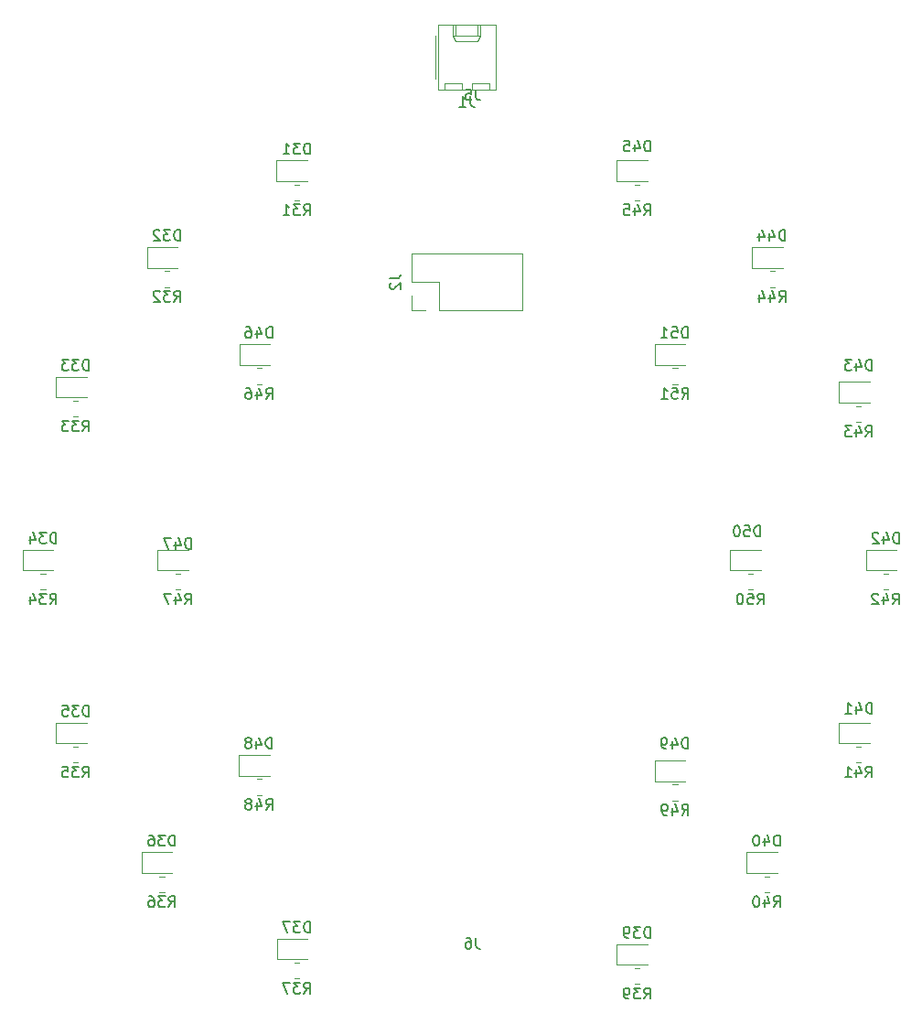
<source format=gbr>
G04 #@! TF.GenerationSoftware,KiCad,Pcbnew,5.1.10-88a1d61d58~88~ubuntu20.04.1*
G04 #@! TF.CreationDate,2021-06-07T13:14:32+01:00*
G04 #@! TF.ProjectId,Bauble,42617562-6c65-42e6-9b69-6361645f7063,rev?*
G04 #@! TF.SameCoordinates,Original*
G04 #@! TF.FileFunction,Legend,Bot*
G04 #@! TF.FilePolarity,Positive*
%FSLAX46Y46*%
G04 Gerber Fmt 4.6, Leading zero omitted, Abs format (unit mm)*
G04 Created by KiCad (PCBNEW 5.1.10-88a1d61d58~88~ubuntu20.04.1) date 2021-06-07 13:14:32*
%MOMM*%
%LPD*%
G01*
G04 APERTURE LIST*
%ADD10C,0.120000*%
%ADD11C,0.150000*%
G04 APERTURE END LIST*
D10*
G04 #@! TO.C,R48*
X125272936Y-132265000D02*
X125727064Y-132265000D01*
X125272936Y-133735000D02*
X125727064Y-133735000D01*
G04 #@! TO.C,R42*
X183272936Y-113265000D02*
X183727064Y-113265000D01*
X183272936Y-114735000D02*
X183727064Y-114735000D01*
G04 #@! TO.C,R36*
X116272936Y-141265000D02*
X116727064Y-141265000D01*
X116272936Y-142735000D02*
X116727064Y-142735000D01*
G04 #@! TO.C,R41*
X180772936Y-129265000D02*
X181227064Y-129265000D01*
X180772936Y-130735000D02*
X181227064Y-130735000D01*
G04 #@! TO.C,R47*
X117772936Y-113265000D02*
X118227064Y-113265000D01*
X117772936Y-114735000D02*
X118227064Y-114735000D01*
G04 #@! TO.C,R35*
X108272936Y-129265000D02*
X108727064Y-129265000D01*
X108272936Y-130735000D02*
X108727064Y-130735000D01*
G04 #@! TO.C,R40*
X172272936Y-141265000D02*
X172727064Y-141265000D01*
X172272936Y-142735000D02*
X172727064Y-142735000D01*
G04 #@! TO.C,R46*
X125272936Y-94265000D02*
X125727064Y-94265000D01*
X125272936Y-95735000D02*
X125727064Y-95735000D01*
G04 #@! TO.C,R34*
X105272936Y-113265000D02*
X105727064Y-113265000D01*
X105272936Y-114735000D02*
X105727064Y-114735000D01*
G04 #@! TO.C,R51*
X163772936Y-94240000D02*
X164227064Y-94240000D01*
X163772936Y-95710000D02*
X164227064Y-95710000D01*
G04 #@! TO.C,R45*
X160272936Y-77265000D02*
X160727064Y-77265000D01*
X160272936Y-78735000D02*
X160727064Y-78735000D01*
G04 #@! TO.C,R39*
X160272936Y-149765000D02*
X160727064Y-149765000D01*
X160272936Y-151235000D02*
X160727064Y-151235000D01*
G04 #@! TO.C,R33*
X108272936Y-97265000D02*
X108727064Y-97265000D01*
X108272936Y-98735000D02*
X108727064Y-98735000D01*
G04 #@! TO.C,R44*
X172772936Y-85265000D02*
X173227064Y-85265000D01*
X172772936Y-86735000D02*
X173227064Y-86735000D01*
G04 #@! TO.C,R50*
X170772936Y-113265000D02*
X171227064Y-113265000D01*
X170772936Y-114735000D02*
X171227064Y-114735000D01*
G04 #@! TO.C,R32*
X116772936Y-85265000D02*
X117227064Y-85265000D01*
X116772936Y-86735000D02*
X117227064Y-86735000D01*
G04 #@! TO.C,R37*
X128772936Y-149265000D02*
X129227064Y-149265000D01*
X128772936Y-150735000D02*
X129227064Y-150735000D01*
G04 #@! TO.C,R43*
X180772936Y-97765000D02*
X181227064Y-97765000D01*
X180772936Y-99235000D02*
X181227064Y-99235000D01*
G04 #@! TO.C,R31*
X128772936Y-77265000D02*
X129227064Y-77265000D01*
X128772936Y-78735000D02*
X129227064Y-78735000D01*
G04 #@! TO.C,R49*
X163772936Y-132765000D02*
X164227064Y-132765000D01*
X163772936Y-134235000D02*
X164227064Y-134235000D01*
G04 #@! TO.C,J2*
X139590000Y-87540000D02*
X139590000Y-88870000D01*
X139590000Y-88870000D02*
X140920000Y-88870000D01*
X139590000Y-86270000D02*
X142190000Y-86270000D01*
X142190000Y-86270000D02*
X142190000Y-88870000D01*
X142190000Y-88870000D02*
X149870000Y-88870000D01*
X149870000Y-83670000D02*
X149870000Y-88870000D01*
X139590000Y-83670000D02*
X149870000Y-83670000D01*
X139590000Y-83670000D02*
X139590000Y-86270000D01*
G04 #@! TO.C,J1*
X146800000Y-67930000D02*
X146800000Y-68530000D01*
X145200000Y-67930000D02*
X146800000Y-67930000D01*
X145200000Y-68530000D02*
X145200000Y-67930000D01*
X144260000Y-67930000D02*
X144260000Y-68530000D01*
X142660000Y-67930000D02*
X144260000Y-67930000D01*
X142660000Y-68530000D02*
X142660000Y-67930000D01*
X145750000Y-62510000D02*
X145750000Y-63510000D01*
X143710000Y-62510000D02*
X143710000Y-63510000D01*
X145750000Y-64040000D02*
X146000000Y-63510000D01*
X143710000Y-64040000D02*
X145750000Y-64040000D01*
X143460000Y-63510000D02*
X143710000Y-64040000D01*
X146000000Y-63510000D02*
X146000000Y-62510000D01*
X143460000Y-63510000D02*
X146000000Y-63510000D01*
X143460000Y-62510000D02*
X143460000Y-63510000D01*
X141790000Y-67500000D02*
X141790000Y-63500000D01*
X147380000Y-68530000D02*
X142080000Y-68530000D01*
X147380000Y-62510000D02*
X147380000Y-68530000D01*
X142080000Y-62510000D02*
X147380000Y-62510000D01*
X142080000Y-68530000D02*
X142080000Y-62510000D01*
G04 #@! TO.C,D48*
X123615000Y-130040000D02*
X126475000Y-130040000D01*
X123615000Y-131960000D02*
X123615000Y-130040000D01*
X126475000Y-131960000D02*
X123615000Y-131960000D01*
G04 #@! TO.C,D42*
X181665000Y-111040000D02*
X184525000Y-111040000D01*
X181665000Y-112960000D02*
X181665000Y-111040000D01*
X184525000Y-112960000D02*
X181665000Y-112960000D01*
G04 #@! TO.C,D36*
X114615000Y-139040000D02*
X117475000Y-139040000D01*
X114615000Y-140960000D02*
X114615000Y-139040000D01*
X117475000Y-140960000D02*
X114615000Y-140960000D01*
G04 #@! TO.C,D41*
X179165000Y-127040000D02*
X182025000Y-127040000D01*
X179165000Y-128960000D02*
X179165000Y-127040000D01*
X182025000Y-128960000D02*
X179165000Y-128960000D01*
G04 #@! TO.C,D47*
X116115000Y-111040000D02*
X118975000Y-111040000D01*
X116115000Y-112960000D02*
X116115000Y-111040000D01*
X118975000Y-112960000D02*
X116115000Y-112960000D01*
G04 #@! TO.C,D35*
X106665000Y-127040000D02*
X109525000Y-127040000D01*
X106665000Y-128960000D02*
X106665000Y-127040000D01*
X109525000Y-128960000D02*
X106665000Y-128960000D01*
G04 #@! TO.C,D40*
X170640000Y-139040000D02*
X173500000Y-139040000D01*
X170640000Y-140960000D02*
X170640000Y-139040000D01*
X173500000Y-140960000D02*
X170640000Y-140960000D01*
G04 #@! TO.C,D46*
X123665000Y-92040000D02*
X126525000Y-92040000D01*
X123665000Y-93960000D02*
X123665000Y-92040000D01*
X126525000Y-93960000D02*
X123665000Y-93960000D01*
G04 #@! TO.C,D34*
X103615000Y-111040000D02*
X106475000Y-111040000D01*
X103615000Y-112960000D02*
X103615000Y-111040000D01*
X106475000Y-112960000D02*
X103615000Y-112960000D01*
G04 #@! TO.C,D51*
X162115000Y-92040000D02*
X164975000Y-92040000D01*
X162115000Y-93960000D02*
X162115000Y-92040000D01*
X164975000Y-93960000D02*
X162115000Y-93960000D01*
G04 #@! TO.C,D45*
X158615000Y-75040000D02*
X161475000Y-75040000D01*
X158615000Y-76960000D02*
X158615000Y-75040000D01*
X161475000Y-76960000D02*
X158615000Y-76960000D01*
G04 #@! TO.C,D39*
X158615000Y-147540000D02*
X161475000Y-147540000D01*
X158615000Y-149460000D02*
X158615000Y-147540000D01*
X161475000Y-149460000D02*
X158615000Y-149460000D01*
G04 #@! TO.C,D33*
X106665000Y-95040000D02*
X109525000Y-95040000D01*
X106665000Y-96960000D02*
X106665000Y-95040000D01*
X109525000Y-96960000D02*
X106665000Y-96960000D01*
G04 #@! TO.C,D44*
X171115000Y-83040000D02*
X173975000Y-83040000D01*
X171115000Y-84960000D02*
X171115000Y-83040000D01*
X173975000Y-84960000D02*
X171115000Y-84960000D01*
G04 #@! TO.C,D50*
X169115000Y-111040000D02*
X171975000Y-111040000D01*
X169115000Y-112960000D02*
X169115000Y-111040000D01*
X171975000Y-112960000D02*
X169115000Y-112960000D01*
G04 #@! TO.C,D32*
X115115000Y-83040000D02*
X117975000Y-83040000D01*
X115115000Y-84960000D02*
X115115000Y-83040000D01*
X117975000Y-84960000D02*
X115115000Y-84960000D01*
G04 #@! TO.C,D37*
X127140000Y-147040000D02*
X130000000Y-147040000D01*
X127140000Y-148960000D02*
X127140000Y-147040000D01*
X130000000Y-148960000D02*
X127140000Y-148960000D01*
G04 #@! TO.C,D43*
X179140000Y-95540000D02*
X182000000Y-95540000D01*
X179140000Y-97460000D02*
X179140000Y-95540000D01*
X182000000Y-97460000D02*
X179140000Y-97460000D01*
G04 #@! TO.C,D31*
X127115000Y-75040000D02*
X129975000Y-75040000D01*
X127115000Y-76960000D02*
X127115000Y-75040000D01*
X129975000Y-76960000D02*
X127115000Y-76960000D01*
G04 #@! TO.C,D49*
X162115000Y-130540000D02*
X164975000Y-130540000D01*
X162115000Y-132460000D02*
X162115000Y-130540000D01*
X164975000Y-132460000D02*
X162115000Y-132460000D01*
G04 #@! TO.C,J6*
D11*
X145583333Y-146952380D02*
X145583333Y-147666666D01*
X145630952Y-147809523D01*
X145726190Y-147904761D01*
X145869047Y-147952380D01*
X145964285Y-147952380D01*
X144678571Y-146952380D02*
X144869047Y-146952380D01*
X144964285Y-147000000D01*
X145011904Y-147047619D01*
X145107142Y-147190476D01*
X145154761Y-147380952D01*
X145154761Y-147761904D01*
X145107142Y-147857142D01*
X145059523Y-147904761D01*
X144964285Y-147952380D01*
X144773809Y-147952380D01*
X144678571Y-147904761D01*
X144630952Y-147857142D01*
X144583333Y-147761904D01*
X144583333Y-147523809D01*
X144630952Y-147428571D01*
X144678571Y-147380952D01*
X144773809Y-147333333D01*
X144964285Y-147333333D01*
X145059523Y-147380952D01*
X145107142Y-147428571D01*
X145154761Y-147523809D01*
G04 #@! TO.C,J5*
X145583333Y-68452380D02*
X145583333Y-69166666D01*
X145630952Y-69309523D01*
X145726190Y-69404761D01*
X145869047Y-69452380D01*
X145964285Y-69452380D01*
X144630952Y-68452380D02*
X145107142Y-68452380D01*
X145154761Y-68928571D01*
X145107142Y-68880952D01*
X145011904Y-68833333D01*
X144773809Y-68833333D01*
X144678571Y-68880952D01*
X144630952Y-68928571D01*
X144583333Y-69023809D01*
X144583333Y-69261904D01*
X144630952Y-69357142D01*
X144678571Y-69404761D01*
X144773809Y-69452380D01*
X145011904Y-69452380D01*
X145107142Y-69404761D01*
X145154761Y-69357142D01*
G04 #@! TO.C,R48*
X126142857Y-135102380D02*
X126476190Y-134626190D01*
X126714285Y-135102380D02*
X126714285Y-134102380D01*
X126333333Y-134102380D01*
X126238095Y-134150000D01*
X126190476Y-134197619D01*
X126142857Y-134292857D01*
X126142857Y-134435714D01*
X126190476Y-134530952D01*
X126238095Y-134578571D01*
X126333333Y-134626190D01*
X126714285Y-134626190D01*
X125285714Y-134435714D02*
X125285714Y-135102380D01*
X125523809Y-134054761D02*
X125761904Y-134769047D01*
X125142857Y-134769047D01*
X124619047Y-134530952D02*
X124714285Y-134483333D01*
X124761904Y-134435714D01*
X124809523Y-134340476D01*
X124809523Y-134292857D01*
X124761904Y-134197619D01*
X124714285Y-134150000D01*
X124619047Y-134102380D01*
X124428571Y-134102380D01*
X124333333Y-134150000D01*
X124285714Y-134197619D01*
X124238095Y-134292857D01*
X124238095Y-134340476D01*
X124285714Y-134435714D01*
X124333333Y-134483333D01*
X124428571Y-134530952D01*
X124619047Y-134530952D01*
X124714285Y-134578571D01*
X124761904Y-134626190D01*
X124809523Y-134721428D01*
X124809523Y-134911904D01*
X124761904Y-135007142D01*
X124714285Y-135054761D01*
X124619047Y-135102380D01*
X124428571Y-135102380D01*
X124333333Y-135054761D01*
X124285714Y-135007142D01*
X124238095Y-134911904D01*
X124238095Y-134721428D01*
X124285714Y-134626190D01*
X124333333Y-134578571D01*
X124428571Y-134530952D01*
G04 #@! TO.C,R42*
X184142857Y-116102380D02*
X184476190Y-115626190D01*
X184714285Y-116102380D02*
X184714285Y-115102380D01*
X184333333Y-115102380D01*
X184238095Y-115150000D01*
X184190476Y-115197619D01*
X184142857Y-115292857D01*
X184142857Y-115435714D01*
X184190476Y-115530952D01*
X184238095Y-115578571D01*
X184333333Y-115626190D01*
X184714285Y-115626190D01*
X183285714Y-115435714D02*
X183285714Y-116102380D01*
X183523809Y-115054761D02*
X183761904Y-115769047D01*
X183142857Y-115769047D01*
X182809523Y-115197619D02*
X182761904Y-115150000D01*
X182666666Y-115102380D01*
X182428571Y-115102380D01*
X182333333Y-115150000D01*
X182285714Y-115197619D01*
X182238095Y-115292857D01*
X182238095Y-115388095D01*
X182285714Y-115530952D01*
X182857142Y-116102380D01*
X182238095Y-116102380D01*
G04 #@! TO.C,R36*
X117142857Y-144102380D02*
X117476190Y-143626190D01*
X117714285Y-144102380D02*
X117714285Y-143102380D01*
X117333333Y-143102380D01*
X117238095Y-143150000D01*
X117190476Y-143197619D01*
X117142857Y-143292857D01*
X117142857Y-143435714D01*
X117190476Y-143530952D01*
X117238095Y-143578571D01*
X117333333Y-143626190D01*
X117714285Y-143626190D01*
X116809523Y-143102380D02*
X116190476Y-143102380D01*
X116523809Y-143483333D01*
X116380952Y-143483333D01*
X116285714Y-143530952D01*
X116238095Y-143578571D01*
X116190476Y-143673809D01*
X116190476Y-143911904D01*
X116238095Y-144007142D01*
X116285714Y-144054761D01*
X116380952Y-144102380D01*
X116666666Y-144102380D01*
X116761904Y-144054761D01*
X116809523Y-144007142D01*
X115333333Y-143102380D02*
X115523809Y-143102380D01*
X115619047Y-143150000D01*
X115666666Y-143197619D01*
X115761904Y-143340476D01*
X115809523Y-143530952D01*
X115809523Y-143911904D01*
X115761904Y-144007142D01*
X115714285Y-144054761D01*
X115619047Y-144102380D01*
X115428571Y-144102380D01*
X115333333Y-144054761D01*
X115285714Y-144007142D01*
X115238095Y-143911904D01*
X115238095Y-143673809D01*
X115285714Y-143578571D01*
X115333333Y-143530952D01*
X115428571Y-143483333D01*
X115619047Y-143483333D01*
X115714285Y-143530952D01*
X115761904Y-143578571D01*
X115809523Y-143673809D01*
G04 #@! TO.C,R41*
X181642857Y-132102380D02*
X181976190Y-131626190D01*
X182214285Y-132102380D02*
X182214285Y-131102380D01*
X181833333Y-131102380D01*
X181738095Y-131150000D01*
X181690476Y-131197619D01*
X181642857Y-131292857D01*
X181642857Y-131435714D01*
X181690476Y-131530952D01*
X181738095Y-131578571D01*
X181833333Y-131626190D01*
X182214285Y-131626190D01*
X180785714Y-131435714D02*
X180785714Y-132102380D01*
X181023809Y-131054761D02*
X181261904Y-131769047D01*
X180642857Y-131769047D01*
X179738095Y-132102380D02*
X180309523Y-132102380D01*
X180023809Y-132102380D02*
X180023809Y-131102380D01*
X180119047Y-131245238D01*
X180214285Y-131340476D01*
X180309523Y-131388095D01*
G04 #@! TO.C,R47*
X118642857Y-116102380D02*
X118976190Y-115626190D01*
X119214285Y-116102380D02*
X119214285Y-115102380D01*
X118833333Y-115102380D01*
X118738095Y-115150000D01*
X118690476Y-115197619D01*
X118642857Y-115292857D01*
X118642857Y-115435714D01*
X118690476Y-115530952D01*
X118738095Y-115578571D01*
X118833333Y-115626190D01*
X119214285Y-115626190D01*
X117785714Y-115435714D02*
X117785714Y-116102380D01*
X118023809Y-115054761D02*
X118261904Y-115769047D01*
X117642857Y-115769047D01*
X117357142Y-115102380D02*
X116690476Y-115102380D01*
X117119047Y-116102380D01*
G04 #@! TO.C,R35*
X109142857Y-132102380D02*
X109476190Y-131626190D01*
X109714285Y-132102380D02*
X109714285Y-131102380D01*
X109333333Y-131102380D01*
X109238095Y-131150000D01*
X109190476Y-131197619D01*
X109142857Y-131292857D01*
X109142857Y-131435714D01*
X109190476Y-131530952D01*
X109238095Y-131578571D01*
X109333333Y-131626190D01*
X109714285Y-131626190D01*
X108809523Y-131102380D02*
X108190476Y-131102380D01*
X108523809Y-131483333D01*
X108380952Y-131483333D01*
X108285714Y-131530952D01*
X108238095Y-131578571D01*
X108190476Y-131673809D01*
X108190476Y-131911904D01*
X108238095Y-132007142D01*
X108285714Y-132054761D01*
X108380952Y-132102380D01*
X108666666Y-132102380D01*
X108761904Y-132054761D01*
X108809523Y-132007142D01*
X107285714Y-131102380D02*
X107761904Y-131102380D01*
X107809523Y-131578571D01*
X107761904Y-131530952D01*
X107666666Y-131483333D01*
X107428571Y-131483333D01*
X107333333Y-131530952D01*
X107285714Y-131578571D01*
X107238095Y-131673809D01*
X107238095Y-131911904D01*
X107285714Y-132007142D01*
X107333333Y-132054761D01*
X107428571Y-132102380D01*
X107666666Y-132102380D01*
X107761904Y-132054761D01*
X107809523Y-132007142D01*
G04 #@! TO.C,R40*
X173142857Y-144102380D02*
X173476190Y-143626190D01*
X173714285Y-144102380D02*
X173714285Y-143102380D01*
X173333333Y-143102380D01*
X173238095Y-143150000D01*
X173190476Y-143197619D01*
X173142857Y-143292857D01*
X173142857Y-143435714D01*
X173190476Y-143530952D01*
X173238095Y-143578571D01*
X173333333Y-143626190D01*
X173714285Y-143626190D01*
X172285714Y-143435714D02*
X172285714Y-144102380D01*
X172523809Y-143054761D02*
X172761904Y-143769047D01*
X172142857Y-143769047D01*
X171571428Y-143102380D02*
X171476190Y-143102380D01*
X171380952Y-143150000D01*
X171333333Y-143197619D01*
X171285714Y-143292857D01*
X171238095Y-143483333D01*
X171238095Y-143721428D01*
X171285714Y-143911904D01*
X171333333Y-144007142D01*
X171380952Y-144054761D01*
X171476190Y-144102380D01*
X171571428Y-144102380D01*
X171666666Y-144054761D01*
X171714285Y-144007142D01*
X171761904Y-143911904D01*
X171809523Y-143721428D01*
X171809523Y-143483333D01*
X171761904Y-143292857D01*
X171714285Y-143197619D01*
X171666666Y-143150000D01*
X171571428Y-143102380D01*
G04 #@! TO.C,R46*
X126142857Y-97102380D02*
X126476190Y-96626190D01*
X126714285Y-97102380D02*
X126714285Y-96102380D01*
X126333333Y-96102380D01*
X126238095Y-96150000D01*
X126190476Y-96197619D01*
X126142857Y-96292857D01*
X126142857Y-96435714D01*
X126190476Y-96530952D01*
X126238095Y-96578571D01*
X126333333Y-96626190D01*
X126714285Y-96626190D01*
X125285714Y-96435714D02*
X125285714Y-97102380D01*
X125523809Y-96054761D02*
X125761904Y-96769047D01*
X125142857Y-96769047D01*
X124333333Y-96102380D02*
X124523809Y-96102380D01*
X124619047Y-96150000D01*
X124666666Y-96197619D01*
X124761904Y-96340476D01*
X124809523Y-96530952D01*
X124809523Y-96911904D01*
X124761904Y-97007142D01*
X124714285Y-97054761D01*
X124619047Y-97102380D01*
X124428571Y-97102380D01*
X124333333Y-97054761D01*
X124285714Y-97007142D01*
X124238095Y-96911904D01*
X124238095Y-96673809D01*
X124285714Y-96578571D01*
X124333333Y-96530952D01*
X124428571Y-96483333D01*
X124619047Y-96483333D01*
X124714285Y-96530952D01*
X124761904Y-96578571D01*
X124809523Y-96673809D01*
G04 #@! TO.C,R34*
X106142857Y-116102380D02*
X106476190Y-115626190D01*
X106714285Y-116102380D02*
X106714285Y-115102380D01*
X106333333Y-115102380D01*
X106238095Y-115150000D01*
X106190476Y-115197619D01*
X106142857Y-115292857D01*
X106142857Y-115435714D01*
X106190476Y-115530952D01*
X106238095Y-115578571D01*
X106333333Y-115626190D01*
X106714285Y-115626190D01*
X105809523Y-115102380D02*
X105190476Y-115102380D01*
X105523809Y-115483333D01*
X105380952Y-115483333D01*
X105285714Y-115530952D01*
X105238095Y-115578571D01*
X105190476Y-115673809D01*
X105190476Y-115911904D01*
X105238095Y-116007142D01*
X105285714Y-116054761D01*
X105380952Y-116102380D01*
X105666666Y-116102380D01*
X105761904Y-116054761D01*
X105809523Y-116007142D01*
X104333333Y-115435714D02*
X104333333Y-116102380D01*
X104571428Y-115054761D02*
X104809523Y-115769047D01*
X104190476Y-115769047D01*
G04 #@! TO.C,R51*
X164642857Y-97077380D02*
X164976190Y-96601190D01*
X165214285Y-97077380D02*
X165214285Y-96077380D01*
X164833333Y-96077380D01*
X164738095Y-96125000D01*
X164690476Y-96172619D01*
X164642857Y-96267857D01*
X164642857Y-96410714D01*
X164690476Y-96505952D01*
X164738095Y-96553571D01*
X164833333Y-96601190D01*
X165214285Y-96601190D01*
X163738095Y-96077380D02*
X164214285Y-96077380D01*
X164261904Y-96553571D01*
X164214285Y-96505952D01*
X164119047Y-96458333D01*
X163880952Y-96458333D01*
X163785714Y-96505952D01*
X163738095Y-96553571D01*
X163690476Y-96648809D01*
X163690476Y-96886904D01*
X163738095Y-96982142D01*
X163785714Y-97029761D01*
X163880952Y-97077380D01*
X164119047Y-97077380D01*
X164214285Y-97029761D01*
X164261904Y-96982142D01*
X162738095Y-97077380D02*
X163309523Y-97077380D01*
X163023809Y-97077380D02*
X163023809Y-96077380D01*
X163119047Y-96220238D01*
X163214285Y-96315476D01*
X163309523Y-96363095D01*
G04 #@! TO.C,R45*
X161142857Y-80102380D02*
X161476190Y-79626190D01*
X161714285Y-80102380D02*
X161714285Y-79102380D01*
X161333333Y-79102380D01*
X161238095Y-79150000D01*
X161190476Y-79197619D01*
X161142857Y-79292857D01*
X161142857Y-79435714D01*
X161190476Y-79530952D01*
X161238095Y-79578571D01*
X161333333Y-79626190D01*
X161714285Y-79626190D01*
X160285714Y-79435714D02*
X160285714Y-80102380D01*
X160523809Y-79054761D02*
X160761904Y-79769047D01*
X160142857Y-79769047D01*
X159285714Y-79102380D02*
X159761904Y-79102380D01*
X159809523Y-79578571D01*
X159761904Y-79530952D01*
X159666666Y-79483333D01*
X159428571Y-79483333D01*
X159333333Y-79530952D01*
X159285714Y-79578571D01*
X159238095Y-79673809D01*
X159238095Y-79911904D01*
X159285714Y-80007142D01*
X159333333Y-80054761D01*
X159428571Y-80102380D01*
X159666666Y-80102380D01*
X159761904Y-80054761D01*
X159809523Y-80007142D01*
G04 #@! TO.C,R39*
X161142857Y-152602380D02*
X161476190Y-152126190D01*
X161714285Y-152602380D02*
X161714285Y-151602380D01*
X161333333Y-151602380D01*
X161238095Y-151650000D01*
X161190476Y-151697619D01*
X161142857Y-151792857D01*
X161142857Y-151935714D01*
X161190476Y-152030952D01*
X161238095Y-152078571D01*
X161333333Y-152126190D01*
X161714285Y-152126190D01*
X160809523Y-151602380D02*
X160190476Y-151602380D01*
X160523809Y-151983333D01*
X160380952Y-151983333D01*
X160285714Y-152030952D01*
X160238095Y-152078571D01*
X160190476Y-152173809D01*
X160190476Y-152411904D01*
X160238095Y-152507142D01*
X160285714Y-152554761D01*
X160380952Y-152602380D01*
X160666666Y-152602380D01*
X160761904Y-152554761D01*
X160809523Y-152507142D01*
X159714285Y-152602380D02*
X159523809Y-152602380D01*
X159428571Y-152554761D01*
X159380952Y-152507142D01*
X159285714Y-152364285D01*
X159238095Y-152173809D01*
X159238095Y-151792857D01*
X159285714Y-151697619D01*
X159333333Y-151650000D01*
X159428571Y-151602380D01*
X159619047Y-151602380D01*
X159714285Y-151650000D01*
X159761904Y-151697619D01*
X159809523Y-151792857D01*
X159809523Y-152030952D01*
X159761904Y-152126190D01*
X159714285Y-152173809D01*
X159619047Y-152221428D01*
X159428571Y-152221428D01*
X159333333Y-152173809D01*
X159285714Y-152126190D01*
X159238095Y-152030952D01*
G04 #@! TO.C,R33*
X109142857Y-100102380D02*
X109476190Y-99626190D01*
X109714285Y-100102380D02*
X109714285Y-99102380D01*
X109333333Y-99102380D01*
X109238095Y-99150000D01*
X109190476Y-99197619D01*
X109142857Y-99292857D01*
X109142857Y-99435714D01*
X109190476Y-99530952D01*
X109238095Y-99578571D01*
X109333333Y-99626190D01*
X109714285Y-99626190D01*
X108809523Y-99102380D02*
X108190476Y-99102380D01*
X108523809Y-99483333D01*
X108380952Y-99483333D01*
X108285714Y-99530952D01*
X108238095Y-99578571D01*
X108190476Y-99673809D01*
X108190476Y-99911904D01*
X108238095Y-100007142D01*
X108285714Y-100054761D01*
X108380952Y-100102380D01*
X108666666Y-100102380D01*
X108761904Y-100054761D01*
X108809523Y-100007142D01*
X107857142Y-99102380D02*
X107238095Y-99102380D01*
X107571428Y-99483333D01*
X107428571Y-99483333D01*
X107333333Y-99530952D01*
X107285714Y-99578571D01*
X107238095Y-99673809D01*
X107238095Y-99911904D01*
X107285714Y-100007142D01*
X107333333Y-100054761D01*
X107428571Y-100102380D01*
X107714285Y-100102380D01*
X107809523Y-100054761D01*
X107857142Y-100007142D01*
G04 #@! TO.C,R44*
X173642857Y-88102380D02*
X173976190Y-87626190D01*
X174214285Y-88102380D02*
X174214285Y-87102380D01*
X173833333Y-87102380D01*
X173738095Y-87150000D01*
X173690476Y-87197619D01*
X173642857Y-87292857D01*
X173642857Y-87435714D01*
X173690476Y-87530952D01*
X173738095Y-87578571D01*
X173833333Y-87626190D01*
X174214285Y-87626190D01*
X172785714Y-87435714D02*
X172785714Y-88102380D01*
X173023809Y-87054761D02*
X173261904Y-87769047D01*
X172642857Y-87769047D01*
X171833333Y-87435714D02*
X171833333Y-88102380D01*
X172071428Y-87054761D02*
X172309523Y-87769047D01*
X171690476Y-87769047D01*
G04 #@! TO.C,R50*
X171642857Y-116102380D02*
X171976190Y-115626190D01*
X172214285Y-116102380D02*
X172214285Y-115102380D01*
X171833333Y-115102380D01*
X171738095Y-115150000D01*
X171690476Y-115197619D01*
X171642857Y-115292857D01*
X171642857Y-115435714D01*
X171690476Y-115530952D01*
X171738095Y-115578571D01*
X171833333Y-115626190D01*
X172214285Y-115626190D01*
X170738095Y-115102380D02*
X171214285Y-115102380D01*
X171261904Y-115578571D01*
X171214285Y-115530952D01*
X171119047Y-115483333D01*
X170880952Y-115483333D01*
X170785714Y-115530952D01*
X170738095Y-115578571D01*
X170690476Y-115673809D01*
X170690476Y-115911904D01*
X170738095Y-116007142D01*
X170785714Y-116054761D01*
X170880952Y-116102380D01*
X171119047Y-116102380D01*
X171214285Y-116054761D01*
X171261904Y-116007142D01*
X170071428Y-115102380D02*
X169976190Y-115102380D01*
X169880952Y-115150000D01*
X169833333Y-115197619D01*
X169785714Y-115292857D01*
X169738095Y-115483333D01*
X169738095Y-115721428D01*
X169785714Y-115911904D01*
X169833333Y-116007142D01*
X169880952Y-116054761D01*
X169976190Y-116102380D01*
X170071428Y-116102380D01*
X170166666Y-116054761D01*
X170214285Y-116007142D01*
X170261904Y-115911904D01*
X170309523Y-115721428D01*
X170309523Y-115483333D01*
X170261904Y-115292857D01*
X170214285Y-115197619D01*
X170166666Y-115150000D01*
X170071428Y-115102380D01*
G04 #@! TO.C,R32*
X117642857Y-88102380D02*
X117976190Y-87626190D01*
X118214285Y-88102380D02*
X118214285Y-87102380D01*
X117833333Y-87102380D01*
X117738095Y-87150000D01*
X117690476Y-87197619D01*
X117642857Y-87292857D01*
X117642857Y-87435714D01*
X117690476Y-87530952D01*
X117738095Y-87578571D01*
X117833333Y-87626190D01*
X118214285Y-87626190D01*
X117309523Y-87102380D02*
X116690476Y-87102380D01*
X117023809Y-87483333D01*
X116880952Y-87483333D01*
X116785714Y-87530952D01*
X116738095Y-87578571D01*
X116690476Y-87673809D01*
X116690476Y-87911904D01*
X116738095Y-88007142D01*
X116785714Y-88054761D01*
X116880952Y-88102380D01*
X117166666Y-88102380D01*
X117261904Y-88054761D01*
X117309523Y-88007142D01*
X116309523Y-87197619D02*
X116261904Y-87150000D01*
X116166666Y-87102380D01*
X115928571Y-87102380D01*
X115833333Y-87150000D01*
X115785714Y-87197619D01*
X115738095Y-87292857D01*
X115738095Y-87388095D01*
X115785714Y-87530952D01*
X116357142Y-88102380D01*
X115738095Y-88102380D01*
G04 #@! TO.C,R37*
X129642857Y-152102380D02*
X129976190Y-151626190D01*
X130214285Y-152102380D02*
X130214285Y-151102380D01*
X129833333Y-151102380D01*
X129738095Y-151150000D01*
X129690476Y-151197619D01*
X129642857Y-151292857D01*
X129642857Y-151435714D01*
X129690476Y-151530952D01*
X129738095Y-151578571D01*
X129833333Y-151626190D01*
X130214285Y-151626190D01*
X129309523Y-151102380D02*
X128690476Y-151102380D01*
X129023809Y-151483333D01*
X128880952Y-151483333D01*
X128785714Y-151530952D01*
X128738095Y-151578571D01*
X128690476Y-151673809D01*
X128690476Y-151911904D01*
X128738095Y-152007142D01*
X128785714Y-152054761D01*
X128880952Y-152102380D01*
X129166666Y-152102380D01*
X129261904Y-152054761D01*
X129309523Y-152007142D01*
X128357142Y-151102380D02*
X127690476Y-151102380D01*
X128119047Y-152102380D01*
G04 #@! TO.C,R43*
X181642857Y-100602380D02*
X181976190Y-100126190D01*
X182214285Y-100602380D02*
X182214285Y-99602380D01*
X181833333Y-99602380D01*
X181738095Y-99650000D01*
X181690476Y-99697619D01*
X181642857Y-99792857D01*
X181642857Y-99935714D01*
X181690476Y-100030952D01*
X181738095Y-100078571D01*
X181833333Y-100126190D01*
X182214285Y-100126190D01*
X180785714Y-99935714D02*
X180785714Y-100602380D01*
X181023809Y-99554761D02*
X181261904Y-100269047D01*
X180642857Y-100269047D01*
X180357142Y-99602380D02*
X179738095Y-99602380D01*
X180071428Y-99983333D01*
X179928571Y-99983333D01*
X179833333Y-100030952D01*
X179785714Y-100078571D01*
X179738095Y-100173809D01*
X179738095Y-100411904D01*
X179785714Y-100507142D01*
X179833333Y-100554761D01*
X179928571Y-100602380D01*
X180214285Y-100602380D01*
X180309523Y-100554761D01*
X180357142Y-100507142D01*
G04 #@! TO.C,R31*
X129642857Y-80102380D02*
X129976190Y-79626190D01*
X130214285Y-80102380D02*
X130214285Y-79102380D01*
X129833333Y-79102380D01*
X129738095Y-79150000D01*
X129690476Y-79197619D01*
X129642857Y-79292857D01*
X129642857Y-79435714D01*
X129690476Y-79530952D01*
X129738095Y-79578571D01*
X129833333Y-79626190D01*
X130214285Y-79626190D01*
X129309523Y-79102380D02*
X128690476Y-79102380D01*
X129023809Y-79483333D01*
X128880952Y-79483333D01*
X128785714Y-79530952D01*
X128738095Y-79578571D01*
X128690476Y-79673809D01*
X128690476Y-79911904D01*
X128738095Y-80007142D01*
X128785714Y-80054761D01*
X128880952Y-80102380D01*
X129166666Y-80102380D01*
X129261904Y-80054761D01*
X129309523Y-80007142D01*
X127738095Y-80102380D02*
X128309523Y-80102380D01*
X128023809Y-80102380D02*
X128023809Y-79102380D01*
X128119047Y-79245238D01*
X128214285Y-79340476D01*
X128309523Y-79388095D01*
G04 #@! TO.C,R49*
X164642857Y-135602380D02*
X164976190Y-135126190D01*
X165214285Y-135602380D02*
X165214285Y-134602380D01*
X164833333Y-134602380D01*
X164738095Y-134650000D01*
X164690476Y-134697619D01*
X164642857Y-134792857D01*
X164642857Y-134935714D01*
X164690476Y-135030952D01*
X164738095Y-135078571D01*
X164833333Y-135126190D01*
X165214285Y-135126190D01*
X163785714Y-134935714D02*
X163785714Y-135602380D01*
X164023809Y-134554761D02*
X164261904Y-135269047D01*
X163642857Y-135269047D01*
X163214285Y-135602380D02*
X163023809Y-135602380D01*
X162928571Y-135554761D01*
X162880952Y-135507142D01*
X162785714Y-135364285D01*
X162738095Y-135173809D01*
X162738095Y-134792857D01*
X162785714Y-134697619D01*
X162833333Y-134650000D01*
X162928571Y-134602380D01*
X163119047Y-134602380D01*
X163214285Y-134650000D01*
X163261904Y-134697619D01*
X163309523Y-134792857D01*
X163309523Y-135030952D01*
X163261904Y-135126190D01*
X163214285Y-135173809D01*
X163119047Y-135221428D01*
X162928571Y-135221428D01*
X162833333Y-135173809D01*
X162785714Y-135126190D01*
X162738095Y-135030952D01*
G04 #@! TO.C,J2*
X137602380Y-85936666D02*
X138316666Y-85936666D01*
X138459523Y-85889047D01*
X138554761Y-85793809D01*
X138602380Y-85650952D01*
X138602380Y-85555714D01*
X137697619Y-86365238D02*
X137650000Y-86412857D01*
X137602380Y-86508095D01*
X137602380Y-86746190D01*
X137650000Y-86841428D01*
X137697619Y-86889047D01*
X137792857Y-86936666D01*
X137888095Y-86936666D01*
X138030952Y-86889047D01*
X138602380Y-86317619D01*
X138602380Y-86936666D01*
G04 #@! TO.C,J1*
X145063333Y-69072380D02*
X145063333Y-69786666D01*
X145110952Y-69929523D01*
X145206190Y-70024761D01*
X145349047Y-70072380D01*
X145444285Y-70072380D01*
X144063333Y-70072380D02*
X144634761Y-70072380D01*
X144349047Y-70072380D02*
X144349047Y-69072380D01*
X144444285Y-69215238D01*
X144539523Y-69310476D01*
X144634761Y-69358095D01*
G04 #@! TO.C,D48*
X126689285Y-129452380D02*
X126689285Y-128452380D01*
X126451190Y-128452380D01*
X126308333Y-128500000D01*
X126213095Y-128595238D01*
X126165476Y-128690476D01*
X126117857Y-128880952D01*
X126117857Y-129023809D01*
X126165476Y-129214285D01*
X126213095Y-129309523D01*
X126308333Y-129404761D01*
X126451190Y-129452380D01*
X126689285Y-129452380D01*
X125260714Y-128785714D02*
X125260714Y-129452380D01*
X125498809Y-128404761D02*
X125736904Y-129119047D01*
X125117857Y-129119047D01*
X124594047Y-128880952D02*
X124689285Y-128833333D01*
X124736904Y-128785714D01*
X124784523Y-128690476D01*
X124784523Y-128642857D01*
X124736904Y-128547619D01*
X124689285Y-128500000D01*
X124594047Y-128452380D01*
X124403571Y-128452380D01*
X124308333Y-128500000D01*
X124260714Y-128547619D01*
X124213095Y-128642857D01*
X124213095Y-128690476D01*
X124260714Y-128785714D01*
X124308333Y-128833333D01*
X124403571Y-128880952D01*
X124594047Y-128880952D01*
X124689285Y-128928571D01*
X124736904Y-128976190D01*
X124784523Y-129071428D01*
X124784523Y-129261904D01*
X124736904Y-129357142D01*
X124689285Y-129404761D01*
X124594047Y-129452380D01*
X124403571Y-129452380D01*
X124308333Y-129404761D01*
X124260714Y-129357142D01*
X124213095Y-129261904D01*
X124213095Y-129071428D01*
X124260714Y-128976190D01*
X124308333Y-128928571D01*
X124403571Y-128880952D01*
G04 #@! TO.C,D42*
X184739285Y-110452380D02*
X184739285Y-109452380D01*
X184501190Y-109452380D01*
X184358333Y-109500000D01*
X184263095Y-109595238D01*
X184215476Y-109690476D01*
X184167857Y-109880952D01*
X184167857Y-110023809D01*
X184215476Y-110214285D01*
X184263095Y-110309523D01*
X184358333Y-110404761D01*
X184501190Y-110452380D01*
X184739285Y-110452380D01*
X183310714Y-109785714D02*
X183310714Y-110452380D01*
X183548809Y-109404761D02*
X183786904Y-110119047D01*
X183167857Y-110119047D01*
X182834523Y-109547619D02*
X182786904Y-109500000D01*
X182691666Y-109452380D01*
X182453571Y-109452380D01*
X182358333Y-109500000D01*
X182310714Y-109547619D01*
X182263095Y-109642857D01*
X182263095Y-109738095D01*
X182310714Y-109880952D01*
X182882142Y-110452380D01*
X182263095Y-110452380D01*
G04 #@! TO.C,D36*
X117714285Y-138452380D02*
X117714285Y-137452380D01*
X117476190Y-137452380D01*
X117333333Y-137500000D01*
X117238095Y-137595238D01*
X117190476Y-137690476D01*
X117142857Y-137880952D01*
X117142857Y-138023809D01*
X117190476Y-138214285D01*
X117238095Y-138309523D01*
X117333333Y-138404761D01*
X117476190Y-138452380D01*
X117714285Y-138452380D01*
X116809523Y-137452380D02*
X116190476Y-137452380D01*
X116523809Y-137833333D01*
X116380952Y-137833333D01*
X116285714Y-137880952D01*
X116238095Y-137928571D01*
X116190476Y-138023809D01*
X116190476Y-138261904D01*
X116238095Y-138357142D01*
X116285714Y-138404761D01*
X116380952Y-138452380D01*
X116666666Y-138452380D01*
X116761904Y-138404761D01*
X116809523Y-138357142D01*
X115333333Y-137452380D02*
X115523809Y-137452380D01*
X115619047Y-137500000D01*
X115666666Y-137547619D01*
X115761904Y-137690476D01*
X115809523Y-137880952D01*
X115809523Y-138261904D01*
X115761904Y-138357142D01*
X115714285Y-138404761D01*
X115619047Y-138452380D01*
X115428571Y-138452380D01*
X115333333Y-138404761D01*
X115285714Y-138357142D01*
X115238095Y-138261904D01*
X115238095Y-138023809D01*
X115285714Y-137928571D01*
X115333333Y-137880952D01*
X115428571Y-137833333D01*
X115619047Y-137833333D01*
X115714285Y-137880952D01*
X115761904Y-137928571D01*
X115809523Y-138023809D01*
G04 #@! TO.C,D41*
X182239285Y-126202380D02*
X182239285Y-125202380D01*
X182001190Y-125202380D01*
X181858333Y-125250000D01*
X181763095Y-125345238D01*
X181715476Y-125440476D01*
X181667857Y-125630952D01*
X181667857Y-125773809D01*
X181715476Y-125964285D01*
X181763095Y-126059523D01*
X181858333Y-126154761D01*
X182001190Y-126202380D01*
X182239285Y-126202380D01*
X180810714Y-125535714D02*
X180810714Y-126202380D01*
X181048809Y-125154761D02*
X181286904Y-125869047D01*
X180667857Y-125869047D01*
X179763095Y-126202380D02*
X180334523Y-126202380D01*
X180048809Y-126202380D02*
X180048809Y-125202380D01*
X180144047Y-125345238D01*
X180239285Y-125440476D01*
X180334523Y-125488095D01*
G04 #@! TO.C,D47*
X119214285Y-110952380D02*
X119214285Y-109952380D01*
X118976190Y-109952380D01*
X118833333Y-110000000D01*
X118738095Y-110095238D01*
X118690476Y-110190476D01*
X118642857Y-110380952D01*
X118642857Y-110523809D01*
X118690476Y-110714285D01*
X118738095Y-110809523D01*
X118833333Y-110904761D01*
X118976190Y-110952380D01*
X119214285Y-110952380D01*
X117785714Y-110285714D02*
X117785714Y-110952380D01*
X118023809Y-109904761D02*
X118261904Y-110619047D01*
X117642857Y-110619047D01*
X117357142Y-109952380D02*
X116690476Y-109952380D01*
X117119047Y-110952380D01*
G04 #@! TO.C,D35*
X109739285Y-126452380D02*
X109739285Y-125452380D01*
X109501190Y-125452380D01*
X109358333Y-125500000D01*
X109263095Y-125595238D01*
X109215476Y-125690476D01*
X109167857Y-125880952D01*
X109167857Y-126023809D01*
X109215476Y-126214285D01*
X109263095Y-126309523D01*
X109358333Y-126404761D01*
X109501190Y-126452380D01*
X109739285Y-126452380D01*
X108834523Y-125452380D02*
X108215476Y-125452380D01*
X108548809Y-125833333D01*
X108405952Y-125833333D01*
X108310714Y-125880952D01*
X108263095Y-125928571D01*
X108215476Y-126023809D01*
X108215476Y-126261904D01*
X108263095Y-126357142D01*
X108310714Y-126404761D01*
X108405952Y-126452380D01*
X108691666Y-126452380D01*
X108786904Y-126404761D01*
X108834523Y-126357142D01*
X107310714Y-125452380D02*
X107786904Y-125452380D01*
X107834523Y-125928571D01*
X107786904Y-125880952D01*
X107691666Y-125833333D01*
X107453571Y-125833333D01*
X107358333Y-125880952D01*
X107310714Y-125928571D01*
X107263095Y-126023809D01*
X107263095Y-126261904D01*
X107310714Y-126357142D01*
X107358333Y-126404761D01*
X107453571Y-126452380D01*
X107691666Y-126452380D01*
X107786904Y-126404761D01*
X107834523Y-126357142D01*
G04 #@! TO.C,D40*
X173714285Y-138452380D02*
X173714285Y-137452380D01*
X173476190Y-137452380D01*
X173333333Y-137500000D01*
X173238095Y-137595238D01*
X173190476Y-137690476D01*
X173142857Y-137880952D01*
X173142857Y-138023809D01*
X173190476Y-138214285D01*
X173238095Y-138309523D01*
X173333333Y-138404761D01*
X173476190Y-138452380D01*
X173714285Y-138452380D01*
X172285714Y-137785714D02*
X172285714Y-138452380D01*
X172523809Y-137404761D02*
X172761904Y-138119047D01*
X172142857Y-138119047D01*
X171571428Y-137452380D02*
X171476190Y-137452380D01*
X171380952Y-137500000D01*
X171333333Y-137547619D01*
X171285714Y-137642857D01*
X171238095Y-137833333D01*
X171238095Y-138071428D01*
X171285714Y-138261904D01*
X171333333Y-138357142D01*
X171380952Y-138404761D01*
X171476190Y-138452380D01*
X171571428Y-138452380D01*
X171666666Y-138404761D01*
X171714285Y-138357142D01*
X171761904Y-138261904D01*
X171809523Y-138071428D01*
X171809523Y-137833333D01*
X171761904Y-137642857D01*
X171714285Y-137547619D01*
X171666666Y-137500000D01*
X171571428Y-137452380D01*
G04 #@! TO.C,D46*
X126714285Y-91452380D02*
X126714285Y-90452380D01*
X126476190Y-90452380D01*
X126333333Y-90500000D01*
X126238095Y-90595238D01*
X126190476Y-90690476D01*
X126142857Y-90880952D01*
X126142857Y-91023809D01*
X126190476Y-91214285D01*
X126238095Y-91309523D01*
X126333333Y-91404761D01*
X126476190Y-91452380D01*
X126714285Y-91452380D01*
X125285714Y-90785714D02*
X125285714Y-91452380D01*
X125523809Y-90404761D02*
X125761904Y-91119047D01*
X125142857Y-91119047D01*
X124333333Y-90452380D02*
X124523809Y-90452380D01*
X124619047Y-90500000D01*
X124666666Y-90547619D01*
X124761904Y-90690476D01*
X124809523Y-90880952D01*
X124809523Y-91261904D01*
X124761904Y-91357142D01*
X124714285Y-91404761D01*
X124619047Y-91452380D01*
X124428571Y-91452380D01*
X124333333Y-91404761D01*
X124285714Y-91357142D01*
X124238095Y-91261904D01*
X124238095Y-91023809D01*
X124285714Y-90928571D01*
X124333333Y-90880952D01*
X124428571Y-90833333D01*
X124619047Y-90833333D01*
X124714285Y-90880952D01*
X124761904Y-90928571D01*
X124809523Y-91023809D01*
G04 #@! TO.C,D34*
X106714285Y-110452380D02*
X106714285Y-109452380D01*
X106476190Y-109452380D01*
X106333333Y-109500000D01*
X106238095Y-109595238D01*
X106190476Y-109690476D01*
X106142857Y-109880952D01*
X106142857Y-110023809D01*
X106190476Y-110214285D01*
X106238095Y-110309523D01*
X106333333Y-110404761D01*
X106476190Y-110452380D01*
X106714285Y-110452380D01*
X105809523Y-109452380D02*
X105190476Y-109452380D01*
X105523809Y-109833333D01*
X105380952Y-109833333D01*
X105285714Y-109880952D01*
X105238095Y-109928571D01*
X105190476Y-110023809D01*
X105190476Y-110261904D01*
X105238095Y-110357142D01*
X105285714Y-110404761D01*
X105380952Y-110452380D01*
X105666666Y-110452380D01*
X105761904Y-110404761D01*
X105809523Y-110357142D01*
X104333333Y-109785714D02*
X104333333Y-110452380D01*
X104571428Y-109404761D02*
X104809523Y-110119047D01*
X104190476Y-110119047D01*
G04 #@! TO.C,D51*
X165189285Y-91452380D02*
X165189285Y-90452380D01*
X164951190Y-90452380D01*
X164808333Y-90500000D01*
X164713095Y-90595238D01*
X164665476Y-90690476D01*
X164617857Y-90880952D01*
X164617857Y-91023809D01*
X164665476Y-91214285D01*
X164713095Y-91309523D01*
X164808333Y-91404761D01*
X164951190Y-91452380D01*
X165189285Y-91452380D01*
X163713095Y-90452380D02*
X164189285Y-90452380D01*
X164236904Y-90928571D01*
X164189285Y-90880952D01*
X164094047Y-90833333D01*
X163855952Y-90833333D01*
X163760714Y-90880952D01*
X163713095Y-90928571D01*
X163665476Y-91023809D01*
X163665476Y-91261904D01*
X163713095Y-91357142D01*
X163760714Y-91404761D01*
X163855952Y-91452380D01*
X164094047Y-91452380D01*
X164189285Y-91404761D01*
X164236904Y-91357142D01*
X162713095Y-91452380D02*
X163284523Y-91452380D01*
X162998809Y-91452380D02*
X162998809Y-90452380D01*
X163094047Y-90595238D01*
X163189285Y-90690476D01*
X163284523Y-90738095D01*
G04 #@! TO.C,D45*
X161714285Y-74202380D02*
X161714285Y-73202380D01*
X161476190Y-73202380D01*
X161333333Y-73250000D01*
X161238095Y-73345238D01*
X161190476Y-73440476D01*
X161142857Y-73630952D01*
X161142857Y-73773809D01*
X161190476Y-73964285D01*
X161238095Y-74059523D01*
X161333333Y-74154761D01*
X161476190Y-74202380D01*
X161714285Y-74202380D01*
X160285714Y-73535714D02*
X160285714Y-74202380D01*
X160523809Y-73154761D02*
X160761904Y-73869047D01*
X160142857Y-73869047D01*
X159285714Y-73202380D02*
X159761904Y-73202380D01*
X159809523Y-73678571D01*
X159761904Y-73630952D01*
X159666666Y-73583333D01*
X159428571Y-73583333D01*
X159333333Y-73630952D01*
X159285714Y-73678571D01*
X159238095Y-73773809D01*
X159238095Y-74011904D01*
X159285714Y-74107142D01*
X159333333Y-74154761D01*
X159428571Y-74202380D01*
X159666666Y-74202380D01*
X159761904Y-74154761D01*
X159809523Y-74107142D01*
G04 #@! TO.C,D39*
X161714285Y-146952380D02*
X161714285Y-145952380D01*
X161476190Y-145952380D01*
X161333333Y-146000000D01*
X161238095Y-146095238D01*
X161190476Y-146190476D01*
X161142857Y-146380952D01*
X161142857Y-146523809D01*
X161190476Y-146714285D01*
X161238095Y-146809523D01*
X161333333Y-146904761D01*
X161476190Y-146952380D01*
X161714285Y-146952380D01*
X160809523Y-145952380D02*
X160190476Y-145952380D01*
X160523809Y-146333333D01*
X160380952Y-146333333D01*
X160285714Y-146380952D01*
X160238095Y-146428571D01*
X160190476Y-146523809D01*
X160190476Y-146761904D01*
X160238095Y-146857142D01*
X160285714Y-146904761D01*
X160380952Y-146952380D01*
X160666666Y-146952380D01*
X160761904Y-146904761D01*
X160809523Y-146857142D01*
X159714285Y-146952380D02*
X159523809Y-146952380D01*
X159428571Y-146904761D01*
X159380952Y-146857142D01*
X159285714Y-146714285D01*
X159238095Y-146523809D01*
X159238095Y-146142857D01*
X159285714Y-146047619D01*
X159333333Y-146000000D01*
X159428571Y-145952380D01*
X159619047Y-145952380D01*
X159714285Y-146000000D01*
X159761904Y-146047619D01*
X159809523Y-146142857D01*
X159809523Y-146380952D01*
X159761904Y-146476190D01*
X159714285Y-146523809D01*
X159619047Y-146571428D01*
X159428571Y-146571428D01*
X159333333Y-146523809D01*
X159285714Y-146476190D01*
X159238095Y-146380952D01*
G04 #@! TO.C,D33*
X109714285Y-94452380D02*
X109714285Y-93452380D01*
X109476190Y-93452380D01*
X109333333Y-93500000D01*
X109238095Y-93595238D01*
X109190476Y-93690476D01*
X109142857Y-93880952D01*
X109142857Y-94023809D01*
X109190476Y-94214285D01*
X109238095Y-94309523D01*
X109333333Y-94404761D01*
X109476190Y-94452380D01*
X109714285Y-94452380D01*
X108809523Y-93452380D02*
X108190476Y-93452380D01*
X108523809Y-93833333D01*
X108380952Y-93833333D01*
X108285714Y-93880952D01*
X108238095Y-93928571D01*
X108190476Y-94023809D01*
X108190476Y-94261904D01*
X108238095Y-94357142D01*
X108285714Y-94404761D01*
X108380952Y-94452380D01*
X108666666Y-94452380D01*
X108761904Y-94404761D01*
X108809523Y-94357142D01*
X107857142Y-93452380D02*
X107238095Y-93452380D01*
X107571428Y-93833333D01*
X107428571Y-93833333D01*
X107333333Y-93880952D01*
X107285714Y-93928571D01*
X107238095Y-94023809D01*
X107238095Y-94261904D01*
X107285714Y-94357142D01*
X107333333Y-94404761D01*
X107428571Y-94452380D01*
X107714285Y-94452380D01*
X107809523Y-94404761D01*
X107857142Y-94357142D01*
G04 #@! TO.C,D44*
X174189285Y-82452380D02*
X174189285Y-81452380D01*
X173951190Y-81452380D01*
X173808333Y-81500000D01*
X173713095Y-81595238D01*
X173665476Y-81690476D01*
X173617857Y-81880952D01*
X173617857Y-82023809D01*
X173665476Y-82214285D01*
X173713095Y-82309523D01*
X173808333Y-82404761D01*
X173951190Y-82452380D01*
X174189285Y-82452380D01*
X172760714Y-81785714D02*
X172760714Y-82452380D01*
X172998809Y-81404761D02*
X173236904Y-82119047D01*
X172617857Y-82119047D01*
X171808333Y-81785714D02*
X171808333Y-82452380D01*
X172046428Y-81404761D02*
X172284523Y-82119047D01*
X171665476Y-82119047D01*
G04 #@! TO.C,D50*
X171899285Y-109822380D02*
X171899285Y-108822380D01*
X171661190Y-108822380D01*
X171518333Y-108870000D01*
X171423095Y-108965238D01*
X171375476Y-109060476D01*
X171327857Y-109250952D01*
X171327857Y-109393809D01*
X171375476Y-109584285D01*
X171423095Y-109679523D01*
X171518333Y-109774761D01*
X171661190Y-109822380D01*
X171899285Y-109822380D01*
X170423095Y-108822380D02*
X170899285Y-108822380D01*
X170946904Y-109298571D01*
X170899285Y-109250952D01*
X170804047Y-109203333D01*
X170565952Y-109203333D01*
X170470714Y-109250952D01*
X170423095Y-109298571D01*
X170375476Y-109393809D01*
X170375476Y-109631904D01*
X170423095Y-109727142D01*
X170470714Y-109774761D01*
X170565952Y-109822380D01*
X170804047Y-109822380D01*
X170899285Y-109774761D01*
X170946904Y-109727142D01*
X169756428Y-108822380D02*
X169661190Y-108822380D01*
X169565952Y-108870000D01*
X169518333Y-108917619D01*
X169470714Y-109012857D01*
X169423095Y-109203333D01*
X169423095Y-109441428D01*
X169470714Y-109631904D01*
X169518333Y-109727142D01*
X169565952Y-109774761D01*
X169661190Y-109822380D01*
X169756428Y-109822380D01*
X169851666Y-109774761D01*
X169899285Y-109727142D01*
X169946904Y-109631904D01*
X169994523Y-109441428D01*
X169994523Y-109203333D01*
X169946904Y-109012857D01*
X169899285Y-108917619D01*
X169851666Y-108870000D01*
X169756428Y-108822380D01*
G04 #@! TO.C,D32*
X118189285Y-82452380D02*
X118189285Y-81452380D01*
X117951190Y-81452380D01*
X117808333Y-81500000D01*
X117713095Y-81595238D01*
X117665476Y-81690476D01*
X117617857Y-81880952D01*
X117617857Y-82023809D01*
X117665476Y-82214285D01*
X117713095Y-82309523D01*
X117808333Y-82404761D01*
X117951190Y-82452380D01*
X118189285Y-82452380D01*
X117284523Y-81452380D02*
X116665476Y-81452380D01*
X116998809Y-81833333D01*
X116855952Y-81833333D01*
X116760714Y-81880952D01*
X116713095Y-81928571D01*
X116665476Y-82023809D01*
X116665476Y-82261904D01*
X116713095Y-82357142D01*
X116760714Y-82404761D01*
X116855952Y-82452380D01*
X117141666Y-82452380D01*
X117236904Y-82404761D01*
X117284523Y-82357142D01*
X116284523Y-81547619D02*
X116236904Y-81500000D01*
X116141666Y-81452380D01*
X115903571Y-81452380D01*
X115808333Y-81500000D01*
X115760714Y-81547619D01*
X115713095Y-81642857D01*
X115713095Y-81738095D01*
X115760714Y-81880952D01*
X116332142Y-82452380D01*
X115713095Y-82452380D01*
G04 #@! TO.C,D37*
X130214285Y-146452380D02*
X130214285Y-145452380D01*
X129976190Y-145452380D01*
X129833333Y-145500000D01*
X129738095Y-145595238D01*
X129690476Y-145690476D01*
X129642857Y-145880952D01*
X129642857Y-146023809D01*
X129690476Y-146214285D01*
X129738095Y-146309523D01*
X129833333Y-146404761D01*
X129976190Y-146452380D01*
X130214285Y-146452380D01*
X129309523Y-145452380D02*
X128690476Y-145452380D01*
X129023809Y-145833333D01*
X128880952Y-145833333D01*
X128785714Y-145880952D01*
X128738095Y-145928571D01*
X128690476Y-146023809D01*
X128690476Y-146261904D01*
X128738095Y-146357142D01*
X128785714Y-146404761D01*
X128880952Y-146452380D01*
X129166666Y-146452380D01*
X129261904Y-146404761D01*
X129309523Y-146357142D01*
X128357142Y-145452380D02*
X127690476Y-145452380D01*
X128119047Y-146452380D01*
G04 #@! TO.C,D43*
X182214285Y-94452380D02*
X182214285Y-93452380D01*
X181976190Y-93452380D01*
X181833333Y-93500000D01*
X181738095Y-93595238D01*
X181690476Y-93690476D01*
X181642857Y-93880952D01*
X181642857Y-94023809D01*
X181690476Y-94214285D01*
X181738095Y-94309523D01*
X181833333Y-94404761D01*
X181976190Y-94452380D01*
X182214285Y-94452380D01*
X180785714Y-93785714D02*
X180785714Y-94452380D01*
X181023809Y-93404761D02*
X181261904Y-94119047D01*
X180642857Y-94119047D01*
X180357142Y-93452380D02*
X179738095Y-93452380D01*
X180071428Y-93833333D01*
X179928571Y-93833333D01*
X179833333Y-93880952D01*
X179785714Y-93928571D01*
X179738095Y-94023809D01*
X179738095Y-94261904D01*
X179785714Y-94357142D01*
X179833333Y-94404761D01*
X179928571Y-94452380D01*
X180214285Y-94452380D01*
X180309523Y-94404761D01*
X180357142Y-94357142D01*
G04 #@! TO.C,D31*
X130214285Y-74452380D02*
X130214285Y-73452380D01*
X129976190Y-73452380D01*
X129833333Y-73500000D01*
X129738095Y-73595238D01*
X129690476Y-73690476D01*
X129642857Y-73880952D01*
X129642857Y-74023809D01*
X129690476Y-74214285D01*
X129738095Y-74309523D01*
X129833333Y-74404761D01*
X129976190Y-74452380D01*
X130214285Y-74452380D01*
X129309523Y-73452380D02*
X128690476Y-73452380D01*
X129023809Y-73833333D01*
X128880952Y-73833333D01*
X128785714Y-73880952D01*
X128738095Y-73928571D01*
X128690476Y-74023809D01*
X128690476Y-74261904D01*
X128738095Y-74357142D01*
X128785714Y-74404761D01*
X128880952Y-74452380D01*
X129166666Y-74452380D01*
X129261904Y-74404761D01*
X129309523Y-74357142D01*
X127738095Y-74452380D02*
X128309523Y-74452380D01*
X128023809Y-74452380D02*
X128023809Y-73452380D01*
X128119047Y-73595238D01*
X128214285Y-73690476D01*
X128309523Y-73738095D01*
G04 #@! TO.C,D49*
X165189285Y-129452380D02*
X165189285Y-128452380D01*
X164951190Y-128452380D01*
X164808333Y-128500000D01*
X164713095Y-128595238D01*
X164665476Y-128690476D01*
X164617857Y-128880952D01*
X164617857Y-129023809D01*
X164665476Y-129214285D01*
X164713095Y-129309523D01*
X164808333Y-129404761D01*
X164951190Y-129452380D01*
X165189285Y-129452380D01*
X163760714Y-128785714D02*
X163760714Y-129452380D01*
X163998809Y-128404761D02*
X164236904Y-129119047D01*
X163617857Y-129119047D01*
X163189285Y-129452380D02*
X162998809Y-129452380D01*
X162903571Y-129404761D01*
X162855952Y-129357142D01*
X162760714Y-129214285D01*
X162713095Y-129023809D01*
X162713095Y-128642857D01*
X162760714Y-128547619D01*
X162808333Y-128500000D01*
X162903571Y-128452380D01*
X163094047Y-128452380D01*
X163189285Y-128500000D01*
X163236904Y-128547619D01*
X163284523Y-128642857D01*
X163284523Y-128880952D01*
X163236904Y-128976190D01*
X163189285Y-129023809D01*
X163094047Y-129071428D01*
X162903571Y-129071428D01*
X162808333Y-129023809D01*
X162760714Y-128976190D01*
X162713095Y-128880952D01*
G04 #@! TD*
M02*

</source>
